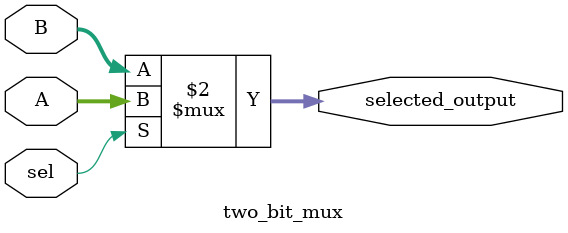
<source format=v>
`timescale 1ns / 1ps
module two_bit_mux(
    input [1:0] A,
    input [1:0] B,
	 input sel,
	 output [1:0] selected_output
    );

	/*	if (sel == 1'b1) begin
			assign selected_output = A;
		end
		else begin
			assign selected_output = B;
		end*/
			  assign selected_output = ((sel == 1) ? A : B);


endmodule

</source>
